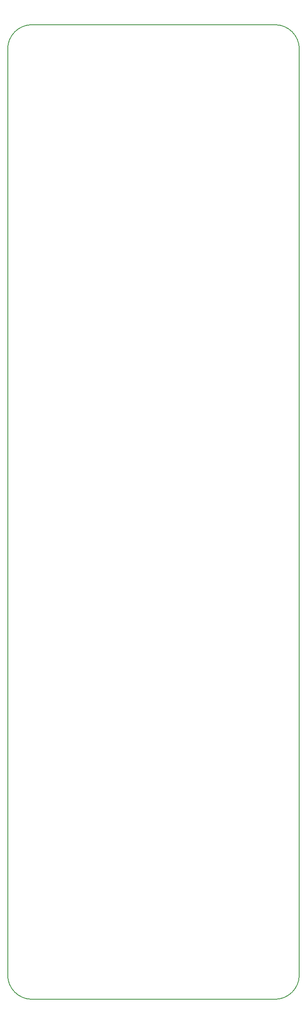
<source format=gbr>
G04 DipTrace 3.3.1.3*
G04 BoardOutline.gbr*
%MOMM*%
G04 #@! TF.FileFunction,Profile*
G04 #@! TF.Part,Single*
%ADD11C,0.14*%
%FSLAX35Y35*%
G04*
G71*
G90*
G75*
G01*
G04 BoardOutline*
%LPD*%
X500000Y0D2*
D11*
X5500000D1*
G03X6000000Y500000I0J500000D01*
G01*
Y19500000D1*
G03X5500000Y20000000I-500000J0D01*
G01*
X500000D1*
G03X0Y19500000I0J-500000D01*
G01*
Y500000D1*
G03X500000Y0I500000J0D01*
G01*
M02*

</source>
